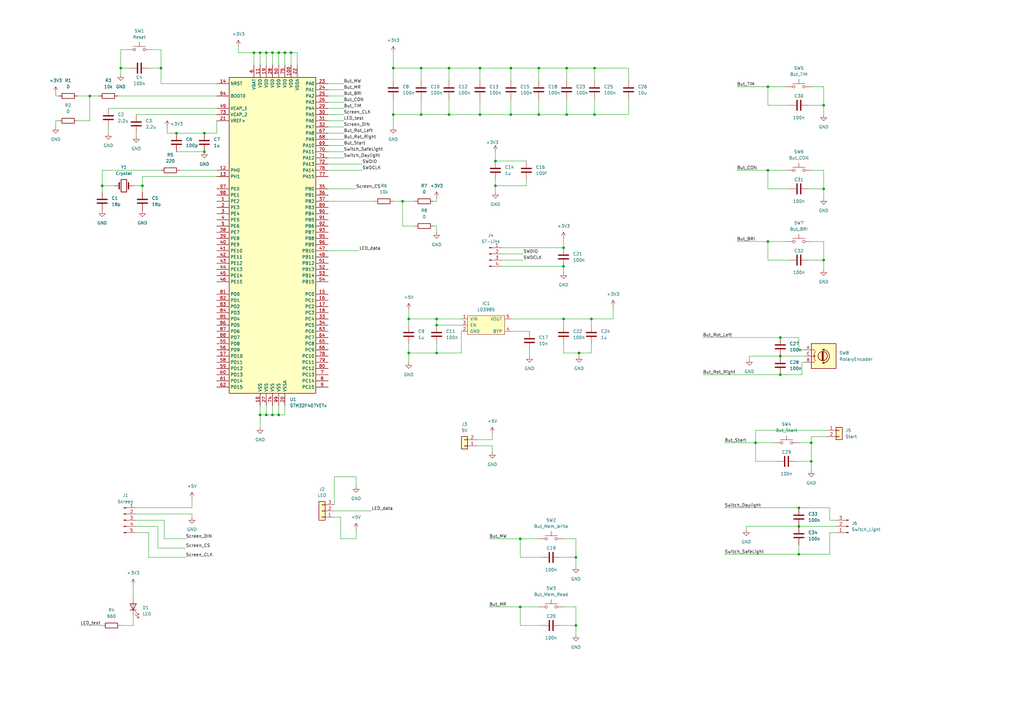
<source format=kicad_sch>
(kicad_sch (version 20211123) (generator eeschema)
  (paper "A3")
  (lib_symbols
    (symbol "Connector:Conn_01x03_Male" (pin_names (offset 1.016) hide)
      (property "Reference" "J" (at 0 5.08 0))
      (property "Value" "Conn_01x03_Male" (at 0 -5.08 0))
      (symbol "Conn_01x03_Male_1_1"
        (pin passive line (at 5.08 2.54 180) (length 3.81) (name "Pin_1") (number "1"))
        (pin passive line (at 5.08 0 180) (length 3.81) (name "Pin_2") (number "2"))
        (pin passive line (at 5.08 -2.54 180) (length 3.81) (name "Pin_3") (number "3"))
      )
    )
    (symbol "Connector:Conn_01x04_Male" (pin_names (offset 1.016) hide)
      (property "Reference" "J" (at 0 5.08 0))
      (property "Value" "Conn_01x04_Male" (at 0 -7.62 0))
      (symbol "Conn_01x04_Male_1_1"
        (pin passive line (at 5.08 2.54 180) (length 3.81) (name "Pin_1") (number "1"))
        (pin passive line (at 5.08 0 180) (length 3.81) (name "Pin_2") (number "2"))
        (pin passive line (at 5.08 -2.54 180) (length 3.81) (name "Pin_3") (number "3"))
        (pin passive line (at 5.08 -5.08 180) (length 3.81) (name "Pin_4") (number "4"))
      )
    )
    (symbol "Connector:Conn_01x05_Male" (pin_names (offset 1.016) hide)
      (property "Reference" "J" (at 0 7.62 0))
      (property "Value" "Conn_01x05_Male" (at 0 -7.62 0))
      (symbol "Conn_01x05_Male_1_1"
        (pin passive line (at 5.08 5.08 180) (length 3.81) (name "Pin_1") (number "1"))
        (pin passive line (at 5.08 2.54 180) (length 3.81) (name "Pin_2") (number "2"))
        (pin passive line (at 5.08 0 180) (length 3.81) (name "Pin_3") (number "3"))
        (pin passive line (at 5.08 -2.54 180) (length 3.81) (name "Pin_4") (number "4"))
        (pin passive line (at 5.08 -5.08 180) (length 3.81) (name "Pin_5") (number "5"))
      )
    )
    (symbol "Connector_Generic:Conn_01x02" (pin_names (offset 1.016) hide)
      (property "Reference" "J" (at 0 2.54 0))
      (property "Value" "Conn_01x02" (at 0 -5.08 0))
      (symbol "Conn_01x02_1_1"
        (pin passive line (at -5.08 0 0) (length 3.81) (name "Pin_1") (number "1"))
        (pin passive line (at -5.08 -2.54 0) (length 3.81) (name "Pin_2") (number "2"))
      )
    )
    (symbol "Connector_Generic:Conn_01x03" (pin_names (offset 1.016) hide)
      (property "Reference" "J" (at 0 5.08 0))
      (property "Value" "Conn_01x03" (at 0 -5.08 0))
      (symbol "Conn_01x03_1_1"
        (pin passive line (at -5.08 2.54 0) (length 3.81) (name "Pin_1") (number "1"))
        (pin passive line (at -5.08 0 0) (length 3.81) (name "Pin_2") (number "2"))
        (pin passive line (at -5.08 -2.54 0) (length 3.81) (name "Pin_3") (number "3"))
      )
    )
    (symbol "Device:C" (pin_numbers hide) (pin_names (offset 0.254))
      (property "Reference" "C" (at 0.635 2.54 0))
      (property "Value" "C" (at 0.635 -2.54 0))
      (symbol "C_1_1"
        (pin passive line (at 0 3.81 270) (length 2.794) (name "~") (number "1"))
        (pin passive line (at 0 -3.81 90) (length 2.794) (name "~") (number "2"))
      )
    )
    (symbol "Device:Crystal" (pin_numbers hide) (pin_names (offset 1.016) hide)
      (property "Reference" "Y" (at 0 3.81 0))
      (property "Value" "Crystal" (at 0 -3.81 0))
      (symbol "Crystal_1_1"
        (pin passive line (at -3.81 0 0) (length 1.27) (name "1") (number "1"))
        (pin passive line (at 3.81 0 180) (length 1.27) (name "2") (number "2"))
      )
    )
    (symbol "Device:LED" (pin_numbers hide) (pin_names (offset 1.016) hide)
      (property "Reference" "D" (at 0 2.54 0))
      (property "Value" "LED" (at 0 -2.54 0))
      (symbol "LED_1_1"
        (pin passive line (at -3.81 0 0) (length 2.54) (name "K") (number "1"))
        (pin passive line (at 3.81 0 180) (length 2.54) (name "A") (number "2"))
      )
    )
    (symbol "Device:R" (pin_numbers hide) (pin_names (offset 0))
      (property "Reference" "R" (at 2.032 0 90))
      (property "Value" "R" (at 0 0 90))
      (symbol "R_1_1"
        (pin passive line (at 0 3.81 270) (length 1.27) (name "~") (number "1"))
        (pin passive line (at 0 -3.81 90) (length 1.27) (name "~") (number "2"))
      )
    )
    (symbol "Device:RotaryEncoder" (pin_names (offset 0.254) hide)
      (property "Reference" "SW" (at 0 6.604 0))
      (property "Value" "RotaryEncoder" (at 0 -6.604 0))
      (symbol "RotaryEncoder_1_1"
        (pin passive line (at -7.62 2.54 0) (length 2.54) (name "A") (number "A"))
        (pin passive line (at -7.62 -2.54 0) (length 2.54) (name "B") (number "B"))
        (pin passive line (at -7.62 0 0) (length 2.54) (name "C") (number "C"))
      )
    )
    (symbol "MCU_ST_STM32F4:STM32F407VETx"
      (property "Reference" "U" (at -17.78 64.77 0))
      (property "Value" "STM32F407VETx" (at 12.7 64.77 0))
      (symbol "STM32F407VETx_1_1"
        (pin bidirectional line (at -22.86 12.7 0) (length 5.08) (name "PE2") (number "1"))
        (pin power_in line (at -5.08 -71.12 90) (length 5.08) (name "VSS") (number "10"))
        (pin power_in line (at 7.62 68.58 270) (length 5.08) (name "VDD") (number "100"))
        (pin power_in line (at -5.08 68.58 270) (length 5.08) (name "VDD") (number "11"))
        (pin input line (at -22.86 25.4 0) (length 5.08) (name "PH0") (number "12"))
        (pin input line (at -22.86 22.86 0) (length 5.08) (name "PH1") (number "13"))
        (pin input line (at -22.86 60.96 0) (length 5.08) (name "NRST") (number "14"))
        (pin bidirectional line (at 22.86 -25.4 180) (length 5.08) (name "PC0") (number "15"))
        (pin bidirectional line (at 22.86 -27.94 180) (length 5.08) (name "PC1") (number "16"))
        (pin bidirectional line (at 22.86 -30.48 180) (length 5.08) (name "PC2") (number "17"))
        (pin bidirectional line (at 22.86 -33.02 180) (length 5.08) (name "PC3") (number "18"))
        (pin power_in line (at -2.54 68.58 270) (length 5.08) (name "VDD") (number "19"))
        (pin bidirectional line (at -22.86 10.16 0) (length 5.08) (name "PE3") (number "2"))
        (pin power_in line (at 5.08 -71.12 90) (length 5.08) (name "VSSA") (number "20"))
        (pin power_in line (at -22.86 45.72 0) (length 5.08) (name "VREF+") (number "21"))
        (pin power_in line (at 10.16 68.58 270) (length 5.08) (name "VDDA") (number "22"))
        (pin bidirectional line (at 22.86 60.96 180) (length 5.08) (name "PA0") (number "23"))
        (pin bidirectional line (at 22.86 58.42 180) (length 5.08) (name "PA1") (number "24"))
        (pin bidirectional line (at 22.86 55.88 180) (length 5.08) (name "PA2") (number "25"))
        (pin bidirectional line (at 22.86 53.34 180) (length 5.08) (name "PA3") (number "26"))
        (pin power_in line (at -2.54 -71.12 90) (length 5.08) (name "VSS") (number "27"))
        (pin power_in line (at 0 68.58 270) (length 5.08) (name "VDD") (number "28"))
        (pin bidirectional line (at 22.86 50.8 180) (length 5.08) (name "PA4") (number "29"))
        (pin bidirectional line (at -22.86 7.62 0) (length 5.08) (name "PE4") (number "3"))
        (pin bidirectional line (at 22.86 48.26 180) (length 5.08) (name "PA5") (number "30"))
        (pin bidirectional line (at 22.86 45.72 180) (length 5.08) (name "PA6") (number "31"))
        (pin bidirectional line (at 22.86 43.18 180) (length 5.08) (name "PA7") (number "32"))
        (pin bidirectional line (at 22.86 -35.56 180) (length 5.08) (name "PC4") (number "33"))
        (pin bidirectional line (at 22.86 -38.1 180) (length 5.08) (name "PC5") (number "34"))
        (pin bidirectional line (at 22.86 17.78 180) (length 5.08) (name "PB0") (number "35"))
        (pin bidirectional line (at 22.86 15.24 180) (length 5.08) (name "PB1") (number "36"))
        (pin bidirectional line (at 22.86 12.7 180) (length 5.08) (name "PB2") (number "37"))
        (pin bidirectional line (at -22.86 0 0) (length 5.08) (name "PE7") (number "38"))
        (pin bidirectional line (at -22.86 -2.54 0) (length 5.08) (name "PE8") (number "39"))
        (pin bidirectional line (at -22.86 5.08 0) (length 5.08) (name "PE5") (number "4"))
        (pin bidirectional line (at -22.86 -5.08 0) (length 5.08) (name "PE9") (number "40"))
        (pin bidirectional line (at -22.86 -7.62 0) (length 5.08) (name "PE10") (number "41"))
        (pin bidirectional line (at -22.86 -10.16 0) (length 5.08) (name "PE11") (number "42"))
        (pin bidirectional line (at -22.86 -12.7 0) (length 5.08) (name "PE12") (number "43"))
        (pin bidirectional line (at -22.86 -15.24 0) (length 5.08) (name "PE13") (number "44"))
        (pin bidirectional line (at -22.86 -17.78 0) (length 5.08) (name "PE14") (number "45"))
        (pin bidirectional line (at -22.86 -20.32 0) (length 5.08) (name "PE15") (number "46"))
        (pin bidirectional line (at 22.86 -7.62 180) (length 5.08) (name "PB10") (number "47"))
        (pin bidirectional line (at 22.86 -10.16 180) (length 5.08) (name "PB11") (number "48"))
        (pin power_in line (at -22.86 50.8 0) (length 5.08) (name "VCAP_1") (number "49"))
        (pin bidirectional line (at -22.86 2.54 0) (length 5.08) (name "PE6") (number "5"))
        (pin power_in line (at 2.54 68.58 270) (length 5.08) (name "VDD") (number "50"))
        (pin bidirectional line (at 22.86 -12.7 180) (length 5.08) (name "PB12") (number "51"))
        (pin bidirectional line (at 22.86 -15.24 180) (length 5.08) (name "PB13") (number "52"))
        (pin bidirectional line (at 22.86 -17.78 180) (length 5.08) (name "PB14") (number "53"))
        (pin bidirectional line (at 22.86 -20.32 180) (length 5.08) (name "PB15") (number "54"))
        (pin bidirectional line (at -22.86 -45.72 0) (length 5.08) (name "PD8") (number "55"))
        (pin bidirectional line (at -22.86 -48.26 0) (length 5.08) (name "PD9") (number "56"))
        (pin bidirectional line (at -22.86 -50.8 0) (length 5.08) (name "PD10") (number "57"))
        (pin bidirectional line (at -22.86 -53.34 0) (length 5.08) (name "PD11") (number "58"))
        (pin bidirectional line (at -22.86 -55.88 0) (length 5.08) (name "PD12") (number "59"))
        (pin power_in line (at -7.62 68.58 270) (length 5.08) (name "VBAT") (number "6"))
        (pin bidirectional line (at -22.86 -58.42 0) (length 5.08) (name "PD13") (number "60"))
        (pin bidirectional line (at -22.86 -60.96 0) (length 5.08) (name "PD14") (number "61"))
        (pin bidirectional line (at -22.86 -63.5 0) (length 5.08) (name "PD15") (number "62"))
        (pin bidirectional line (at 22.86 -40.64 180) (length 5.08) (name "PC6") (number "63"))
        (pin bidirectional line (at 22.86 -43.18 180) (length 5.08) (name "PC7") (number "64"))
        (pin bidirectional line (at 22.86 -45.72 180) (length 5.08) (name "PC8") (number "65"))
        (pin bidirectional line (at 22.86 -48.26 180) (length 5.08) (name "PC9") (number "66"))
        (pin bidirectional line (at 22.86 40.64 180) (length 5.08) (name "PA8") (number "67"))
        (pin bidirectional line (at 22.86 38.1 180) (length 5.08) (name "PA9") (number "68"))
        (pin bidirectional line (at 22.86 35.56 180) (length 5.08) (name "PA10") (number "69"))
        (pin bidirectional line (at 22.86 -58.42 180) (length 5.08) (name "PC13") (number "7"))
        (pin bidirectional line (at 22.86 33.02 180) (length 5.08) (name "PA11") (number "70"))
        (pin bidirectional line (at 22.86 30.48 180) (length 5.08) (name "PA12") (number "71"))
        (pin bidirectional line (at 22.86 27.94 180) (length 5.08) (name "PA13") (number "72"))
        (pin power_in line (at -22.86 48.26 0) (length 5.08) (name "VCAP_2") (number "73"))
        (pin power_in line (at 0 -71.12 90) (length 5.08) (name "VSS") (number "74"))
        (pin power_in line (at 5.08 68.58 270) (length 5.08) (name "VDD") (number "75"))
        (pin bidirectional line (at 22.86 25.4 180) (length 5.08) (name "PA14") (number "76"))
        (pin bidirectional line (at 22.86 22.86 180) (length 5.08) (name "PA15") (number "77"))
        (pin bidirectional line (at 22.86 -50.8 180) (length 5.08) (name "PC10") (number "78"))
        (pin bidirectional line (at 22.86 -53.34 180) (length 5.08) (name "PC11") (number "79"))
        (pin bidirectional line (at 22.86 -60.96 180) (length 5.08) (name "PC14") (number "8"))
        (pin bidirectional line (at 22.86 -55.88 180) (length 5.08) (name "PC12") (number "80"))
        (pin bidirectional line (at -22.86 -25.4 0) (length 5.08) (name "PD0") (number "81"))
        (pin bidirectional line (at -22.86 -27.94 0) (length 5.08) (name "PD1") (number "82"))
        (pin bidirectional line (at -22.86 -30.48 0) (length 5.08) (name "PD2") (number "83"))
        (pin bidirectional line (at -22.86 -33.02 0) (length 5.08) (name "PD3") (number "84"))
        (pin bidirectional line (at -22.86 -35.56 0) (length 5.08) (name "PD4") (number "85"))
        (pin bidirectional line (at -22.86 -38.1 0) (length 5.08) (name "PD5") (number "86"))
        (pin bidirectional line (at -22.86 -40.64 0) (length 5.08) (name "PD6") (number "87"))
        (pin bidirectional line (at -22.86 -43.18 0) (length 5.08) (name "PD7") (number "88"))
        (pin bidirectional line (at 22.86 10.16 180) (length 5.08) (name "PB3") (number "89"))
        (pin bidirectional line (at 22.86 -63.5 180) (length 5.08) (name "PC15") (number "9"))
        (pin bidirectional line (at 22.86 7.62 180) (length 5.08) (name "PB4") (number "90"))
        (pin bidirectional line (at 22.86 5.08 180) (length 5.08) (name "PB5") (number "91"))
        (pin bidirectional line (at 22.86 2.54 180) (length 5.08) (name "PB6") (number "92"))
        (pin bidirectional line (at 22.86 0 180) (length 5.08) (name "PB7") (number "93"))
        (pin input line (at -22.86 55.88 0) (length 5.08) (name "BOOT0") (number "94"))
        (pin bidirectional line (at 22.86 -2.54 180) (length 5.08) (name "PB8") (number "95"))
        (pin bidirectional line (at 22.86 -5.08 180) (length 5.08) (name "PB9") (number "96"))
        (pin bidirectional line (at -22.86 17.78 0) (length 5.08) (name "PE0") (number "97"))
        (pin bidirectional line (at -22.86 15.24 0) (length 5.08) (name "PE1") (number "98"))
        (pin power_in line (at 2.54 -71.12 90) (length 5.08) (name "VSS") (number "99"))
      )
    )
    (symbol "Switch:SW_Push" (pin_numbers hide) (pin_names (offset 1.016) hide)
      (property "Reference" "SW" (at 1.27 2.54 0))
      (property "Value" "SW_Push" (at 0 -1.524 0))
      (symbol "SW_Push_0_1"
        (pin passive line (at -5.08 0 0) (length 2.54) (name "1") (number "1"))
        (pin passive line (at 5.08 0 180) (length 2.54) (name "2") (number "2"))
      )
    )
    (symbol "ld3985:LD3985" (pin_names (offset 1.016))
      (property "Reference" "IC" (at -7.62 5.08 0))
      (property "Value" "LD3985" (at -7.62 -5.08 0))
      (symbol "LD3985_0_0"
        (pin power_in line (at -10.16 2.54 0) (length 2.54) (name "VIN") (number "1"))
        (pin power_in line (at -10.16 -2.54 0) (length 2.54) (name "GND") (number "2"))
        (pin input line (at -10.16 0 0) (length 2.54) (name "EN") (number "3"))
        (pin passive line (at 10.16 -2.54 180) (length 2.54) (name "BYP") (number "4"))
        (pin power_out line (at 10.16 2.54 180) (length 2.54) (name "VOUT") (number "5"))
      )
    )
    (symbol "power:+3V3" (power) (pin_names (offset 0))
      (property "Value" "+3V3" (at 0 3.556 0))
      (symbol "+3V3_1_1"
        (pin power_in line (at 0 0 90) (length 0) hide (name "+3V3") (number "1"))
      )
    )
    (symbol "power:+5V" (power) (pin_names (offset 0))
      (property "Value" "+5V" (at 0 3.556 0))
      (symbol "+5V_1_1"
        (pin power_in line (at 0 0 90) (length 0) hide (name "+5V") (number "1"))
      )
    )
    (symbol "power:GND" (power) (pin_names (offset 0))
      (property "Value" "GND" (at 0 -3.81 0))
      (symbol "GND_1_1"
        (pin power_in line (at 0 0 270) (length 0) hide (name "GND") (number "1"))
      )
    )
  )
  (junction (at 231.14 130.81))
  (junction (at 242.57 130.81))
  (junction (at 41.91 76.2))
  (junction (at 314.96 99.06))
  (junction (at 213.36 220.98))
  (junction (at 203.2 76.2))
  (junction (at 314.96 35.56))
  (junction (at 236.22 256.54))
  (junction (at 320.04 153.67))
  (junction (at 83.82 62.23))
  (junction (at 109.22 21.59))
  (junction (at 232.41 27.94))
  (junction (at 49.53 27.94))
  (junction (at 220.98 46.99))
  (junction (at 179.07 133.35))
  (junction (at 209.55 27.94))
  (junction (at 332.74 181.61))
  (junction (at 337.82 77.47))
  (junction (at 179.07 130.81))
  (junction (at 337.82 106.68))
  (junction (at 232.41 46.99))
  (junction (at 237.49 144.78))
  (junction (at 209.55 46.99))
  (junction (at 172.72 27.94))
  (junction (at 243.84 46.99))
  (junction (at 111.76 21.59))
  (junction (at 106.68 21.59))
  (junction (at 327.66 215.9))
  (junction (at 320.04 146.05))
  (junction (at 196.85 27.94))
  (junction (at 116.84 21.59))
  (junction (at 36.83 39.37))
  (junction (at 167.64 130.81))
  (junction (at 196.85 46.99))
  (junction (at 104.14 21.59))
  (junction (at 314.96 69.85))
  (junction (at 231.14 101.6))
  (junction (at 213.36 248.92))
  (junction (at 106.68 170.18))
  (junction (at 72.39 54.61))
  (junction (at 184.15 46.99))
  (junction (at 111.76 170.18))
  (junction (at 109.22 170.18))
  (junction (at 66.04 27.94))
  (junction (at 114.3 21.59))
  (junction (at 179.07 144.78))
  (junction (at 58.42 76.2))
  (junction (at 172.72 46.99))
  (junction (at 320.04 138.43))
  (junction (at 337.82 43.18))
  (junction (at 161.29 46.99))
  (junction (at 243.84 27.94))
  (junction (at 231.14 109.22))
  (junction (at 184.15 27.94))
  (junction (at 203.2 66.04))
  (junction (at 327.66 227.33))
  (junction (at 119.38 21.59))
  (junction (at 167.64 144.78))
  (junction (at 114.3 170.18))
  (junction (at 220.98 27.94))
  (junction (at 161.29 27.94))
  (junction (at 83.82 54.61))
  (junction (at 332.74 189.23))
  (junction (at 309.88 181.61))
  (junction (at 327.66 208.28))
  (junction (at 236.22 228.6))
  (junction (at 165.1 82.55))
  (wire (pts (xy 332.74 69.85) (xy 337.82 69.85)))
  (wire (pts (xy 184.15 46.99) (xy 196.85 46.99)))
  (wire (pts (xy 236.22 220.98) (xy 236.22 228.6)))
  (wire (pts (xy 114.3 166.37) (xy 114.3 170.18)))
  (wire (pts (xy 22.86 39.37) (xy 24.13 39.37)))
  (wire (pts (xy 134.62 69.85) (xy 148.59 69.85)))
  (wire (pts (xy 231.14 133.35) (xy 231.14 130.81)))
  (wire (pts (xy 189.23 144.78) (xy 189.23 135.89)))
  (wire (pts (xy 196.85 27.94) (xy 209.55 27.94)))
  (wire (pts (xy 97.79 19.05) (xy 97.79 21.59)))
  (wire (pts (xy 55.88 208.28) (xy 78.74 208.28)))
  (wire (pts (xy 337.82 69.85) (xy 337.82 77.47)))
  (wire (pts (xy 231.14 130.81) (xy 242.57 130.81)))
  (wire (pts (xy 114.3 21.59) (xy 111.76 21.59)))
  (wire (pts (xy 116.84 21.59) (xy 114.3 21.59)))
  (wire (pts (xy 134.62 102.87) (xy 147.32 102.87)))
  (wire (pts (xy 232.41 27.94) (xy 232.41 33.02)))
  (wire (pts (xy 55.88 218.44) (xy 60.96 218.44)))
  (wire (pts (xy 331.47 43.18) (xy 337.82 43.18)))
  (wire (pts (xy 200.66 248.92) (xy 213.36 248.92)))
  (wire (pts (xy 97.79 21.59) (xy 104.14 21.59)))
  (wire (pts (xy 213.36 256.54) (xy 213.36 248.92)))
  (wire (pts (xy 342.9 218.44) (xy 340.36 218.44)))
  (wire (pts (xy 66.04 69.85) (xy 41.91 69.85)))
  (wire (pts (xy 134.62 82.55) (xy 153.67 82.55)))
  (wire (pts (xy 332.74 179.07) (xy 332.74 181.61)))
  (wire (pts (xy 231.14 248.92) (xy 236.22 248.92)))
  (wire (pts (xy 328.93 153.67) (xy 320.04 153.67)))
  (wire (pts (xy 179.07 140.97) (xy 179.07 144.78)))
  (wire (pts (xy 41.91 76.2) (xy 46.99 76.2)))
  (wire (pts (xy 201.93 182.88) (xy 201.93 185.42)))
  (wire (pts (xy 146.05 220.98) (xy 146.05 217.17)))
  (wire (pts (xy 161.29 33.02) (xy 161.29 27.94)))
  (wire (pts (xy 330.2 143.51) (xy 327.66 143.51)))
  (wire (pts (xy 54.61 256.54) (xy 49.53 256.54)))
  (wire (pts (xy 337.82 77.47) (xy 337.82 81.28)))
  (wire (pts (xy 203.2 62.23) (xy 203.2 66.04)))
  (wire (pts (xy 209.55 46.99) (xy 220.98 46.99)))
  (wire (pts (xy 196.85 46.99) (xy 209.55 46.99)))
  (wire (pts (xy 22.86 38.1) (xy 22.86 39.37)))
  (wire (pts (xy 196.85 27.94) (xy 196.85 33.02)))
  (wire (pts (xy 167.64 144.78) (xy 179.07 144.78)))
  (wire (pts (xy 104.14 21.59) (xy 104.14 26.67)))
  (wire (pts (xy 134.62 44.45) (xy 140.97 44.45)))
  (wire (pts (xy 232.41 40.64) (xy 232.41 46.99)))
  (wire (pts (xy 184.15 27.94) (xy 196.85 27.94)))
  (wire (pts (xy 232.41 46.99) (xy 243.84 46.99)))
  (wire (pts (xy 116.84 170.18) (xy 114.3 170.18)))
  (wire (pts (xy 251.46 130.81) (xy 251.46 125.73)))
  (wire (pts (xy 231.14 144.78) (xy 237.49 144.78)))
  (wire (pts (xy 55.88 46.99) (xy 88.9 46.99)))
  (wire (pts (xy 134.62 49.53) (xy 140.97 49.53)))
  (wire (pts (xy 201.93 180.34) (xy 201.93 177.8)))
  (wire (pts (xy 179.07 95.25) (xy 179.07 92.71)))
  (wire (pts (xy 231.14 220.98) (xy 236.22 220.98)))
  (wire (pts (xy 237.49 144.78) (xy 242.57 144.78)))
  (wire (pts (xy 60.96 228.6) (xy 76.2 228.6)))
  (wire (pts (xy 109.22 170.18) (xy 106.68 170.18)))
  (wire (pts (xy 116.84 26.67) (xy 116.84 21.59)))
  (wire (pts (xy 67.31 213.36) (xy 67.31 220.98)))
  (wire (pts (xy 134.62 77.47) (xy 146.05 77.47)))
  (wire (pts (xy 172.72 27.94) (xy 172.72 33.02)))
  (wire (pts (xy 236.22 228.6) (xy 236.22 232.41)))
  (wire (pts (xy 205.74 106.68) (xy 214.63 106.68)))
  (wire (pts (xy 297.18 181.61) (xy 309.88 181.61)))
  (wire (pts (xy 111.76 26.67) (xy 111.76 21.59)))
  (wire (pts (xy 41.91 69.85) (xy 41.91 76.2)))
  (wire (pts (xy 307.34 146.05) (xy 320.04 146.05)))
  (wire (pts (xy 309.88 176.53) (xy 309.88 181.61)))
  (wire (pts (xy 179.07 133.35) (xy 189.23 133.35)))
  (wire (pts (xy 60.96 218.44) (xy 60.96 228.6)))
  (wire (pts (xy 179.07 82.55) (xy 177.8 82.55)))
  (wire (pts (xy 134.62 67.31) (xy 148.59 67.31)))
  (wire (pts (xy 139.7 212.09) (xy 139.7 220.98)))
  (wire (pts (xy 161.29 46.99) (xy 172.72 46.99)))
  (wire (pts (xy 327.66 227.33) (xy 327.66 223.52)))
  (wire (pts (xy 66.04 27.94) (xy 66.04 34.29)))
  (wire (pts (xy 288.29 153.67) (xy 320.04 153.67)))
  (wire (pts (xy 257.81 27.94) (xy 257.81 33.02)))
  (wire (pts (xy 332.74 99.06) (xy 337.82 99.06)))
  (wire (pts (xy 209.55 27.94) (xy 209.55 33.02)))
  (wire (pts (xy 170.18 82.55) (xy 165.1 82.55)))
  (wire (pts (xy 161.29 40.64) (xy 161.29 46.99)))
  (wire (pts (xy 205.74 104.14) (xy 214.63 104.14)))
  (wire (pts (xy 167.64 127) (xy 167.64 130.81)))
  (wire (pts (xy 215.9 66.04) (xy 203.2 66.04)))
  (wire (pts (xy 161.29 46.99) (xy 161.29 52.07)))
  (wire (pts (xy 213.36 248.92) (xy 220.98 248.92)))
  (wire (pts (xy 106.68 26.67) (xy 106.68 21.59)))
  (wire (pts (xy 167.64 130.81) (xy 179.07 130.81)))
  (wire (pts (xy 327.66 181.61) (xy 332.74 181.61)))
  (wire (pts (xy 326.39 189.23) (xy 332.74 189.23)))
  (wire (pts (xy 73.66 69.85) (xy 88.9 69.85)))
  (wire (pts (xy 314.96 69.85) (xy 322.58 69.85)))
  (wire (pts (xy 48.26 39.37) (xy 88.9 39.37)))
  (wire (pts (xy 114.3 170.18) (xy 111.76 170.18)))
  (wire (pts (xy 257.81 46.99) (xy 257.81 40.64)))
  (wire (pts (xy 134.62 52.07) (xy 140.97 52.07)))
  (wire (pts (xy 31.75 39.37) (xy 36.83 39.37)))
  (wire (pts (xy 297.18 227.33) (xy 327.66 227.33)))
  (wire (pts (xy 314.96 99.06) (xy 322.58 99.06)))
  (wire (pts (xy 109.22 21.59) (xy 106.68 21.59)))
  (wire (pts (xy 134.62 64.77) (xy 140.97 64.77)))
  (wire (pts (xy 111.76 170.18) (xy 109.22 170.18)))
  (wire (pts (xy 55.88 210.82) (xy 78.74 210.82)))
  (wire (pts (xy 231.14 97.79) (xy 231.14 101.6)))
  (wire (pts (xy 170.18 92.71) (xy 165.1 92.71)))
  (wire (pts (xy 49.53 27.94) (xy 53.34 27.94)))
  (wire (pts (xy 119.38 26.67) (xy 119.38 21.59)))
  (wire (pts (xy 243.84 27.94) (xy 243.84 33.02)))
  (wire (pts (xy 302.26 35.56) (xy 314.96 35.56)))
  (wire (pts (xy 134.62 46.99) (xy 140.97 46.99)))
  (wire (pts (xy 139.7 220.98) (xy 146.05 220.98)))
  (wire (pts (xy 137.16 209.55) (xy 152.4 209.55)))
  (wire (pts (xy 231.14 140.97) (xy 231.14 144.78)))
  (wire (pts (xy 88.9 72.39) (xy 58.42 72.39)))
  (wire (pts (xy 331.47 106.68) (xy 337.82 106.68)))
  (wire (pts (xy 167.64 144.78) (xy 167.64 148.59)))
  (wire (pts (xy 323.85 43.18) (xy 314.96 43.18)))
  (wire (pts (xy 205.74 101.6) (xy 231.14 101.6)))
  (wire (pts (xy 109.22 26.67) (xy 109.22 21.59)))
  (wire (pts (xy 55.88 213.36) (xy 67.31 213.36)))
  (wire (pts (xy 64.77 224.79) (xy 76.2 224.79)))
  (wire (pts (xy 44.45 52.07) (xy 44.45 54.61)))
  (wire (pts (xy 49.53 30.48) (xy 49.53 27.94)))
  (wire (pts (xy 184.15 40.64) (xy 184.15 46.99)))
  (wire (pts (xy 209.55 40.64) (xy 209.55 46.99)))
  (wire (pts (xy 327.66 143.51) (xy 327.66 138.43)))
  (wire (pts (xy 213.36 220.98) (xy 220.98 220.98)))
  (wire (pts (xy 172.72 46.99) (xy 184.15 46.99)))
  (wire (pts (xy 67.31 220.98) (xy 76.2 220.98)))
  (wire (pts (xy 134.62 36.83) (xy 140.97 36.83)))
  (wire (pts (xy 134.62 41.91) (xy 140.97 41.91)))
  (wire (pts (xy 36.83 39.37) (xy 40.64 39.37)))
  (wire (pts (xy 332.74 189.23) (xy 332.74 193.04)))
  (wire (pts (xy 68.58 54.61) (xy 72.39 54.61)))
  (wire (pts (xy 243.84 40.64) (xy 243.84 46.99)))
  (wire (pts (xy 78.74 208.28) (xy 78.74 204.47)))
  (wire (pts (xy 340.36 208.28) (xy 327.66 208.28)))
  (wire (pts (xy 337.82 35.56) (xy 337.82 43.18)))
  (wire (pts (xy 330.2 148.59) (xy 328.93 148.59)))
  (wire (pts (xy 209.55 27.94) (xy 220.98 27.94)))
  (wire (pts (xy 121.92 26.67) (xy 121.92 21.59)))
  (wire (pts (xy 318.77 189.23) (xy 309.88 189.23)))
  (wire (pts (xy 327.66 227.33) (xy 340.36 227.33)))
  (wire (pts (xy 302.26 69.85) (xy 314.96 69.85)))
  (wire (pts (xy 116.84 166.37) (xy 116.84 170.18)))
  (wire (pts (xy 121.92 21.59) (xy 119.38 21.59)))
  (wire (pts (xy 64.77 215.9) (xy 64.77 224.79)))
  (wire (pts (xy 66.04 34.29) (xy 88.9 34.29)))
  (wire (pts (xy 320.04 146.05) (xy 330.2 146.05)))
  (wire (pts (xy 134.62 62.23) (xy 140.97 62.23)))
  (wire (pts (xy 60.96 27.94) (xy 66.04 27.94)))
  (wire (pts (xy 307.34 147.32) (xy 307.34 146.05)))
  (wire (pts (xy 172.72 40.64) (xy 172.72 46.99)))
  (wire (pts (xy 31.75 49.53) (xy 36.83 49.53)))
  (wire (pts (xy 237.49 144.78) (xy 237.49 146.05)))
  (wire (pts (xy 195.58 182.88) (xy 201.93 182.88)))
  (wire (pts (xy 72.39 54.61) (xy 83.82 54.61)))
  (wire (pts (xy 220.98 27.94) (xy 232.41 27.94)))
  (wire (pts (xy 179.07 144.78) (xy 189.23 144.78)))
  (wire (pts (xy 196.85 40.64) (xy 196.85 46.99)))
  (wire (pts (xy 332.74 181.61) (xy 332.74 189.23)))
  (wire (pts (xy 302.26 99.06) (xy 314.96 99.06)))
  (wire (pts (xy 161.29 27.94) (xy 172.72 27.94)))
  (wire (pts (xy 184.15 27.94) (xy 184.15 33.02)))
  (wire (pts (xy 119.38 21.59) (xy 116.84 21.59)))
  (wire (pts (xy 215.9 73.66) (xy 215.9 76.2)))
  (wire (pts (xy 306.07 215.9) (xy 306.07 217.17)))
  (wire (pts (xy 41.91 78.74) (xy 41.91 76.2)))
  (wire (pts (xy 167.64 130.81) (xy 167.64 133.35)))
  (wire (pts (xy 323.85 77.47) (xy 314.96 77.47)))
  (wire (pts (xy 137.16 207.01) (xy 137.16 195.58)))
  (wire (pts (xy 314.96 43.18) (xy 314.96 35.56)))
  (wire (pts (xy 78.74 210.82) (xy 78.74 212.09)))
  (wire (pts (xy 323.85 106.68) (xy 314.96 106.68)))
  (wire (pts (xy 195.58 180.34) (xy 201.93 180.34)))
  (wire (pts (xy 337.82 106.68) (xy 337.82 110.49)))
  (wire (pts (xy 328.93 148.59) (xy 328.93 153.67)))
  (wire (pts (xy 54.61 252.73) (xy 54.61 256.54)))
  (wire (pts (xy 109.22 166.37) (xy 109.22 170.18)))
  (wire (pts (xy 213.36 228.6) (xy 213.36 220.98)))
  (wire (pts (xy 243.84 46.99) (xy 257.81 46.99)))
  (wire (pts (xy 33.02 256.54) (xy 41.91 256.54)))
  (wire (pts (xy 36.83 39.37) (xy 36.83 49.53)))
  (wire (pts (xy 106.68 170.18) (xy 106.68 175.26)))
  (wire (pts (xy 54.61 76.2) (xy 58.42 76.2)))
  (wire (pts (xy 242.57 144.78) (xy 242.57 140.97)))
  (wire (pts (xy 88.9 54.61) (xy 88.9 49.53)))
  (wire (pts (xy 327.66 138.43) (xy 320.04 138.43)))
  (wire (pts (xy 22.86 52.07) (xy 22.86 49.53)))
  (wire (pts (xy 209.55 130.81) (xy 231.14 130.81)))
  (wire (pts (xy 337.82 43.18) (xy 337.82 46.99)))
  (wire (pts (xy 203.2 73.66) (xy 203.2 76.2)))
  (wire (pts (xy 215.9 76.2) (xy 203.2 76.2)))
  (wire (pts (xy 309.88 189.23) (xy 309.88 181.61)))
  (wire (pts (xy 179.07 130.81) (xy 189.23 130.81)))
  (wire (pts (xy 68.58 52.07) (xy 68.58 54.61)))
  (wire (pts (xy 172.72 27.94) (xy 184.15 27.94)))
  (wire (pts (xy 332.74 179.07) (xy 339.09 179.07)))
  (wire (pts (xy 137.16 212.09) (xy 139.7 212.09)))
  (wire (pts (xy 111.76 166.37) (xy 111.76 170.18)))
  (wire (pts (xy 55.88 54.61) (xy 55.88 55.88)))
  (wire (pts (xy 49.53 20.32) (xy 52.07 20.32)))
  (wire (pts (xy 222.25 256.54) (xy 213.36 256.54)))
  (wire (pts (xy 306.07 215.9) (xy 327.66 215.9)))
  (wire (pts (xy 106.68 166.37) (xy 106.68 170.18)))
  (wire (pts (xy 332.74 35.56) (xy 337.82 35.56)))
  (wire (pts (xy 229.87 228.6) (xy 236.22 228.6)))
  (wire (pts (xy 232.41 27.94) (xy 243.84 27.94)))
  (wire (pts (xy 167.64 140.97) (xy 167.64 144.78)))
  (wire (pts (xy 146.05 195.58) (xy 146.05 199.39)))
  (wire (pts (xy 83.82 54.61) (xy 88.9 54.61)))
  (wire (pts (xy 161.29 21.59) (xy 161.29 27.94)))
  (wire (pts (xy 44.45 44.45) (xy 88.9 44.45)))
  (wire (pts (xy 165.1 82.55) (xy 165.1 92.71)))
  (wire (pts (xy 220.98 40.64) (xy 220.98 46.99)))
  (wire (pts (xy 106.68 21.59) (xy 104.14 21.59)))
  (wire (pts (xy 222.25 228.6) (xy 213.36 228.6)))
  (wire (pts (xy 205.74 109.22) (xy 231.14 109.22)))
  (wire (pts (xy 203.2 76.2) (xy 203.2 78.74)))
  (wire (pts (xy 62.23 20.32) (xy 66.04 20.32)))
  (wire (pts (xy 243.84 27.94) (xy 257.81 27.94)))
  (wire (pts (xy 288.29 138.43) (xy 320.04 138.43)))
  (wire (pts (xy 309.88 176.53) (xy 339.09 176.53)))
  (wire (pts (xy 231.14 109.22) (xy 231.14 111.76)))
  (wire (pts (xy 134.62 34.29) (xy 140.97 34.29)))
  (wire (pts (xy 342.9 213.36) (xy 340.36 213.36)))
  (wire (pts (xy 242.57 130.81) (xy 251.46 130.81)))
  (wire (pts (xy 54.61 240.03) (xy 54.61 245.11)))
  (wire (pts (xy 217.17 143.51) (xy 217.17 146.05)))
  (wire (pts (xy 111.76 21.59) (xy 109.22 21.59)))
  (wire (pts (xy 314.96 35.56) (xy 322.58 35.56)))
  (wire (pts (xy 229.87 256.54) (xy 236.22 256.54)))
  (wire (pts (xy 220.98 27.94) (xy 220.98 33.02)))
  (wire (pts (xy 236.22 248.92) (xy 236.22 256.54)))
  (wire (pts (xy 309.88 181.61) (xy 317.5 181.61)))
  (wire (pts (xy 22.86 49.53) (xy 24.13 49.53)))
  (wire (pts (xy 327.66 215.9) (xy 342.9 215.9)))
  (wire (pts (xy 134.62 39.37) (xy 140.97 39.37)))
  (wire (pts (xy 340.36 218.44) (xy 340.36 227.33)))
  (wire (pts (xy 49.53 27.94) (xy 49.53 20.32)))
  (wire (pts (xy 179.07 92.71) (xy 177.8 92.71)))
  (wire (pts (xy 55.88 215.9) (xy 64.77 215.9)))
  (wire (pts (xy 236.22 256.54) (xy 236.22 260.35)))
  (wire (pts (xy 114.3 26.67) (xy 114.3 21.59)))
  (wire (pts (xy 209.55 135.89) (xy 217.17 135.89)))
  (wire (pts (xy 179.07 81.28) (xy 179.07 82.55)))
  (wire (pts (xy 220.98 46.99) (xy 232.41 46.99)))
  (wire (pts (xy 331.47 77.47) (xy 337.82 77.47)))
  (wire (pts (xy 314.96 77.47) (xy 314.96 69.85)))
  (wire (pts (xy 134.62 54.61) (xy 140.97 54.61)))
  (wire (pts (xy 200.66 220.98) (xy 213.36 220.98)))
  (wire (pts (xy 137.16 195.58) (xy 146.05 195.58)))
  (wire (pts (xy 58.42 76.2) (xy 58.42 78.74)))
  (wire (pts (xy 340.36 213.36) (xy 340.36 208.28)))
  (wire (pts (xy 314.96 106.68) (xy 314.96 99.06)))
  (wire (pts (xy 242.57 133.35) (xy 242.57 130.81)))
  (wire (pts (xy 337.82 99.06) (xy 337.82 106.68)))
  (wire (pts (xy 66.04 20.32) (xy 66.04 27.94)))
  (wire (pts (xy 72.39 62.23) (xy 83.82 62.23)))
  (wire (pts (xy 179.07 130.81) (xy 179.07 133.35)))
  (wire (pts (xy 165.1 82.55) (xy 161.29 82.55)))
  (wire (pts (xy 134.62 59.69) (xy 140.97 59.69)))
  (wire (pts (xy 134.62 57.15) (xy 140.97 57.15)))
  (wire (pts (xy 58.42 72.39) (xy 58.42 76.2)))
  (wire (pts (xy 297.18 208.28) (xy 327.66 208.28)))
  (label "Screen_CS" (at 76.2 224.79 0))
  (label "But_Rot_Right" (at 288.29 153.67 0))
  (label "Switch_Daylight" (at 297.18 208.28 0))
  (label "LED_data" (at 147.32 102.87 0))
  (label "LED_test" (at 33.02 256.54 0))
  (label "Switch_SafeLight" (at 297.18 227.33 0))
  (label "But_MW" (at 200.66 220.98 0))
  (label "But_BRI" (at 140.97 39.37 0))
  (label "Screen_CS" (at 146.05 77.47 0))
  (label "But_CON" (at 302.26 69.85 0))
  (label "Screen_CLK" (at 76.2 228.6 0))
  (label "Switch_Daylight" (at 140.97 64.77 0))
  (label "Switch_SafeLight" (at 140.97 62.23 0))
  (label "But_Rot_Left" (at 288.29 138.43 0))
  (label "SWDCLK" (at 214.63 106.68 0))
  (label "SWDCLK" (at 148.59 69.85 0))
  (label "Screen_DIN" (at 76.2 220.98 0))
  (label "SWDIO" (at 214.63 104.14 0))
  (label "SWDIO" (at 148.59 67.31 0))
  (label "Screen_CLK" (at 140.97 46.99 0))
  (label "But_Start" (at 140.97 59.69 0))
  (label "But_MR" (at 200.66 248.92 0))
  (label "LED_test" (at 140.97 49.53 0))
  (label "But_MW" (at 140.97 34.29 0))
  (label "But_Start" (at 297.18 181.61 0))
  (label "But_Rot_Right" (at 140.97 57.15 0))
  (label "But_TIM" (at 302.26 35.56 0))
  (label "But_TIM" (at 140.97 44.45 0))
  (label "But_MR" (at 140.97 36.83 0))
  (label "LED_data" (at 152.4 209.55 0))
  (label "But_BRI" (at 302.26 99.06 0))
  (label "But_Rot_Left" (at 140.97 54.61 0))
  (label "Screen_DIN" (at 140.97 52.07 0))
  (label "But_CON" (at 140.97 41.91 0))
  (symbol (lib_id "power:GND") (at 337.82 46.99 0) (unit 1)
    (property "Reference" "#PWR037" (effects hide))
    (property "Value" "GND" (at 337.82 52.07 0))
  )
  (symbol (lib_id "Device:C") (at 226.06 228.6 90) (unit 1)
    (property "Reference" "C19" (at 226.06 224.79 90))
    (property "Value" "100n" (at 226.06 233.68 90))
    (property "Footprint" "Capacitor_SMD:C_0805_2012Metric" (effects hide))
  )
  (symbol (lib_id "Switch:SW_Push") (at 322.58 181.61 0) (unit 1)
    (property "Reference" "SW4" (at 322.58 173.99 0))
    (property "Value" "But_Start" (at 322.58 176.53 0))
    (property "Footprint" "Button_Switch_SMD:SW_Push_1P1T_NO_6x6mm_H9.5mm" (effects hide))
  )
  (symbol (lib_id "power:GND") (at 203.2 78.74 0) (unit 1)
    (property "Reference" "#PWR026" (effects hide))
    (property "Value" "GND" (at 203.2 83.82 0))
  )
  (symbol (lib_id "Device:R") (at 44.45 39.37 270) (unit 1)
    (property "Reference" "R3" (at 44.45 33.02 90))
    (property "Value" "10k" (at 44.45 35.56 90))
    (property "Footprint" "Resistor_SMD:R_0805_2012Metric" (effects hide))
  )
  (symbol (lib_id "power:+3V3") (at 54.61 240.03 0) (unit 1)
    (property "Reference" "#PWR06" (effects hide))
    (property "Value" "+3V3" (at 54.61 234.95 0))
  )
  (symbol (lib_id "power:GND") (at 22.86 52.07 0) (unit 1)
    (property "Reference" "#PWR02" (effects hide))
    (property "Value" "GND" (at 22.86 57.15 0))
  )
  (symbol (lib_id "power:+3V3") (at 22.86 38.1 0) (unit 1)
    (property "Reference" "#PWR01" (effects hide))
    (property "Value" "+3V3" (at 22.86 33.02 0))
  )
  (symbol (lib_id "Device:C") (at 41.91 82.55 0) (unit 1)
    (property "Reference" "C1" (at 45.72 81.2799 0) (effects (justify left)))
    (property "Value" "18p" (at 45.72 83.8199 0) (effects (justify left)))
    (property "Footprint" "Capacitor_SMD:C_0805_2012Metric" (effects hide))
  )
  (symbol (lib_id "Device:C") (at 44.45 48.26 0) (unit 1)
    (property "Reference" "C2" (at 48.26 46.9899 0) (effects (justify left)))
    (property "Value" "2.2u" (at 48.26 49.5299 0) (effects (justify left)))
    (property "Footprint" "Capacitor_SMD:C_0805_2012Metric" (effects hide))
  )
  (symbol (lib_id "Device:R") (at 69.85 69.85 270) (unit 1)
    (property "Reference" "R5" (at 69.85 63.5 90))
    (property "Value" "220" (at 69.85 66.04 90))
    (property "Footprint" "Resistor_SMD:R_0805_2012Metric" (effects hide))
  )
  (symbol (lib_id "Device:C") (at 327.66 212.09 0) (unit 1)
    (property "Reference" "C33" (at 331.47 210.8199 0) (effects (justify left)))
    (property "Value" "100n" (at 331.47 213.3599 0) (effects (justify left)))
    (property "Footprint" "Capacitor_SMD:C_0805_2012Metric" (effects hide))
  )
  (symbol (lib_id "power:+3V3") (at 97.79 19.05 0) (unit 1)
    (property "Reference" "#PWR013" (effects hide))
    (property "Value" "+3V3" (at 97.79 13.97 0))
  )
  (symbol (lib_id "Device:C") (at 161.29 36.83 0) (unit 1)
    (property "Reference" "C8" (at 165.1 35.5599 0) (effects (justify left)))
    (property "Value" "100n" (at 165.1 38.0999 0) (effects (justify left)))
    (property "Footprint" "Capacitor_SMD:C_0805_2012Metric" (effects hide))
  )
  (symbol (lib_id "Switch:SW_Push") (at 327.66 69.85 0) (unit 1)
    (property "Reference" "SW6" (at 327.66 62.23 0))
    (property "Value" "But_CON" (at 327.66 64.77 0))
    (property "Footprint" "Button_Switch_SMD:SW_Push_1P1T_NO_6x6mm_H9.5mm" (effects hide))
  )
  (symbol (lib_id "Device:C") (at 58.42 82.55 0) (unit 1)
    (property "Reference" "C5" (at 62.23 81.2799 0) (effects (justify left)))
    (property "Value" "18p" (at 62.23 83.8199 0) (effects (justify left)))
    (property "Footprint" "Capacitor_SMD:C_0805_2012Metric" (effects hide))
  )
  (symbol (lib_id "power:GND") (at 49.53 30.48 0) (unit 1)
    (property "Reference" "#PWR05" (effects hide))
    (property "Value" "GND" (at 49.53 35.56 0))
  )
  (symbol (lib_id "Device:C") (at 320.04 149.86 0) (unit 1)
    (property "Reference" "C28" (at 323.85 148.5899 0) (effects (justify left)))
    (property "Value" "100n" (at 323.85 151.1299 0) (effects (justify left)))
    (property "Footprint" "Capacitor_SMD:C_0805_2012Metric" (effects hide))
  )
  (symbol (lib_id "Switch:SW_Push") (at 226.06 220.98 0) (unit 1)
    (property "Reference" "SW2" (at 226.06 213.36 0))
    (property "Value" "But_Mem_Write" (at 226.06 215.9 0))
    (property "Footprint" "Button_Switch_SMD:SW_Push_1P1T_NO_6x6mm_H9.5mm" (effects hide))
  )
  (symbol (lib_id "power:+5V") (at 146.05 217.17 0) (unit 1)
    (property "Reference" "#PWR016" (effects hide))
    (property "Value" "+5V" (at 146.05 212.09 0))
  )
  (symbol (lib_id "power:+3V3") (at 68.58 52.07 0) (unit 1)
    (property "Reference" "#PWR09" (effects hide))
    (property "Value" "+3V3" (at 72.39 50.8 0))
  )
  (symbol (lib_id "power:GND") (at 337.82 110.49 0) (unit 1)
    (property "Reference" "#PWR039" (effects hide))
    (property "Value" "GND" (at 337.82 115.57 0))
  )
  (symbol (lib_id "power:GND") (at 236.22 232.41 0) (unit 1)
    (property "Reference" "#PWR030" (effects hide))
    (property "Value" "GND" (at 236.22 237.49 0))
  )
  (symbol (lib_id "Device:LED") (at 54.61 248.92 90) (unit 1)
    (property "Reference" "D1" (at 58.42 249.2374 90) (effects (justify right)))
    (property "Value" "LED" (at 58.42 251.7774 90) (effects (justify right)))
    (property "Footprint" "Diode_SMD:D_0805_2012Metric" (effects hide))
  )
  (symbol (lib_id "Device:C") (at 231.14 137.16 0) (unit 1)
    (property "Reference" "C22" (at 234.95 135.8899 0) (effects (justify left)))
    (property "Value" "100n" (at 234.95 138.4299 0) (effects (justify left)))
    (property "Footprint" "Capacitor_SMD:C_0805_2012Metric" (effects hide))
  )
  (symbol (lib_id "power:GND") (at 41.91 86.36 0) (unit 1)
    (property "Reference" "#PWR03" (effects hide))
    (property "Value" "GND" (at 41.91 91.44 0))
  )
  (symbol (lib_id "Switch:SW_Push") (at 57.15 20.32 0) (unit 1)
    (property "Reference" "SW1" (at 57.15 12.7 0))
    (property "Value" "Reset" (at 57.15 15.24 0))
    (property "Footprint" "Button_Switch_SMD:SW_Push_1P1T_NO_6x6mm_H9.5mm" (effects hide))
  )
  (symbol (lib_id "Device:C") (at 55.88 50.8 0) (unit 1)
    (property "Reference" "C3" (at 59.69 49.5299 0) (effects (justify left)))
    (property "Value" "2.2u" (at 59.69 52.0699 0) (effects (justify left)))
    (property "Footprint" "Capacitor_SMD:C_0805_2012Metric" (effects hide))
  )
  (symbol (lib_id "power:+3V3") (at 179.07 81.28 0) (mirror y) (unit 1)
    (property "Reference" "#PWR021" (effects hide))
    (property "Value" "+3V3" (at 179.07 76.2 0))
  )
  (symbol (lib_id "Device:C") (at 203.2 69.85 0) (unit 1)
    (property "Reference" "C14" (at 207.01 68.5799 0) (effects (justify left)))
    (property "Value" "1u" (at 207.01 71.1199 0) (effects (justify left)))
    (property "Footprint" "Capacitor_SMD:C_0805_2012Metric" (effects hide))
  )
  (symbol (lib_id "Device:C") (at 232.41 36.83 0) (unit 1)
    (property "Reference" "C23" (at 236.22 35.5599 0) (effects (justify left)))
    (property "Value" "100n" (at 236.22 38.0999 0) (effects (justify left)))
    (property "Footprint" "Capacitor_SMD:C_0805_2012Metric" (effects hide))
  )
  (symbol (lib_id "Connector:Conn_01x03_Male") (at 347.98 215.9 180) (unit 1)
    (property "Reference" "J6" (at 349.25 214.6299 0) (effects (justify right)))
    (property "Value" "Switch_Light" (at 349.25 217.1699 0) (effects (justify right)))
    (property "Footprint" "Connector_PinHeader_2.54mm:PinHeader_1x03_P2.54mm_Horizontal" (effects hide))
  )
  (symbol (lib_id "power:GND") (at 58.42 86.36 0) (unit 1)
    (property "Reference" "#PWR08" (effects hide))
    (property "Value" "GND" (at 58.42 91.44 0))
  )
  (symbol (lib_id "power:GND") (at 332.74 193.04 0) (unit 1)
    (property "Reference" "#PWR036" (effects hide))
    (property "Value" "GND" (at 332.74 198.12 0))
  )
  (symbol (lib_id "Device:C") (at 209.55 36.83 0) (unit 1)
    (property "Reference" "C15" (at 213.36 35.5599 0) (effects (justify left)))
    (property "Value" "100n" (at 213.36 38.0999 0) (effects (justify left)))
    (property "Footprint" "Capacitor_SMD:C_0805_2012Metric" (effects hide))
  )
  (symbol (lib_id "Device:R") (at 45.72 256.54 90) (unit 1)
    (property "Reference" "R4" (at 45.72 250.19 90))
    (property "Value" "660" (at 45.72 252.73 90))
    (property "Footprint" "Resistor_SMD:R_0805_2012Metric" (effects hide))
  )
  (symbol (lib_id "Device:C") (at 57.15 27.94 90) (unit 1)
    (property "Reference" "C4" (at 57.15 31.75 90))
    (property "Value" "100n" (at 57.15 34.29 90))
    (property "Footprint" "Capacitor_SMD:C_0805_2012Metric" (effects hide))
  )
  (symbol (lib_id "power:+5V") (at 167.64 127 0) (unit 1)
    (property "Reference" "#PWR019" (effects hide))
    (property "Value" "+5V" (at 167.64 121.92 0))
  )
  (symbol (lib_id "power:+5V") (at 201.93 177.8 0) (unit 1)
    (property "Reference" "#PWR023" (effects hide))
    (property "Value" "+5V" (at 201.93 172.72 0))
  )
  (symbol (lib_id "Device:C") (at 226.06 256.54 90) (unit 1)
    (property "Reference" "C20" (at 226.06 252.73 90))
    (property "Value" "100n" (at 226.06 261.62 90))
    (property "Footprint" "Capacitor_SMD:C_0805_2012Metric" (effects hide))
  )
  (symbol (lib_id "Device:R") (at 157.48 82.55 90) (mirror x) (unit 1)
    (property "Reference" "R6" (at 157.48 76.2 90))
    (property "Value" "10k" (at 157.48 78.74 90))
    (property "Footprint" "Resistor_SMD:R_0805_2012Metric" (effects hide))
  )
  (symbol (lib_id "power:+3V3") (at 231.14 97.79 0) (unit 1)
    (property "Reference" "#PWR028" (effects hide))
    (property "Value" "+3V3" (at 231.14 92.71 0))
  )
  (symbol (lib_id "power:GND") (at 179.07 95.25 0) (mirror y) (unit 1)
    (property "Reference" "#PWR022" (effects hide))
    (property "Value" "GND" (at 179.07 100.33 0))
  )
  (symbol (lib_id "power:GND") (at 55.88 55.88 0) (unit 1)
    (property "Reference" "#PWR07" (effects hide))
    (property "Value" "GND" (at 55.88 60.96 0))
  )
  (symbol (lib_id "Device:C") (at 327.66 77.47 90) (unit 1)
    (property "Reference" "C31" (at 327.66 73.66 90))
    (property "Value" "100n" (at 327.66 82.55 90))
    (property "Footprint" "Capacitor_SMD:C_0805_2012Metric" (effects hide))
  )
  (symbol (lib_id "Connector:Conn_01x05_Male") (at 50.8 213.36 0) (unit 1)
    (property "Reference" "J1" (at 51.435 203.2 0))
    (property "Value" "Screen" (at 51.435 205.74 0))
    (property "Footprint" "Connector_PinHeader_2.54mm:PinHeader_1x05_P2.54mm_Horizontal" (effects hide))
  )
  (symbol (lib_id "Device:C") (at 172.72 36.83 0) (unit 1)
    (property "Reference" "C10" (at 176.53 35.5599 0) (effects (justify left)))
    (property "Value" "100n" (at 176.53 38.0999 0) (effects (justify left)))
    (property "Footprint" "Capacitor_SMD:C_0805_2012Metric" (effects hide))
  )
  (symbol (lib_id "Device:C") (at 167.64 137.16 0) (unit 1)
    (property "Reference" "C9" (at 171.45 135.8899 0) (effects (justify left)))
    (property "Value" "1u" (at 171.45 138.4299 0) (effects (justify left)))
    (property "Footprint" "Capacitor_SMD:C_0805_2012Metric" (effects hide))
  )
  (symbol (lib_id "power:GND") (at 307.34 147.32 0) (unit 1)
    (property "Reference" "#PWR035" (effects hide))
    (property "Value" "GND" (at 307.34 152.4 0))
  )
  (symbol (lib_id "Device:C") (at 243.84 36.83 0) (unit 1)
    (property "Reference" "C25" (at 247.65 35.5599 0) (effects (justify left)))
    (property "Value" "100n" (at 247.65 38.0999 0) (effects (justify left)))
    (property "Footprint" "Capacitor_SMD:C_0805_2012Metric" (effects hide))
  )
  (symbol (lib_id "Device:C") (at 196.85 36.83 0) (unit 1)
    (property "Reference" "C13" (at 200.66 35.5599 0) (effects (justify left)))
    (property "Value" "100n" (at 200.66 38.0999 0) (effects (justify left)))
    (property "Footprint" "Capacitor_SMD:C_0805_2012Metric" (effects hide))
  )
  (symbol (lib_id "Device:C") (at 215.9 69.85 0) (unit 1)
    (property "Reference" "C16" (at 219.71 68.5799 0) (effects (justify left)))
    (property "Value" "100f" (at 219.71 71.1199 0) (effects (justify left)))
    (property "Footprint" "Capacitor_SMD:C_0805_2012Metric" (effects hide))
  )
  (symbol (lib_id "ld3985:LD3985") (at 199.39 133.35 0) (unit 1)
    (property "Reference" "IC1" (at 199.39 124.46 0))
    (property "Value" "LD3985" (at 199.39 127 0))
    (property "Footprint" "Package_TO_SOT_SMD:SOT-23-5_HandSoldering" (effects hide))
    (property "Datasheet" "https://www.st.com/resource/en/datasheet/ld3985.pdf" (effects hide))
    (property "Farnell" "3130019" (effects hide))
  )
  (symbol (lib_id "power:GND") (at 161.29 52.07 0) (unit 1)
    (property "Reference" "#PWR018" (effects hide))
    (property "Value" "GND" (at 161.29 57.15 0))
  )
  (symbol (lib_id "power:GND") (at 78.74 212.09 0) (unit 1)
    (property "Reference" "#PWR011" (effects hide))
    (property "Value" "GND" (at 78.74 217.17 0))
  )
  (symbol (lib_id "Device:C") (at 220.98 36.83 0) (unit 1)
    (property "Reference" "C18" (at 224.79 35.5599 0) (effects (justify left)))
    (property "Value" "100n" (at 224.79 38.0999 0) (effects (justify left)))
    (property "Footprint" "Capacitor_SMD:C_0805_2012Metric" (effects hide))
  )
  (symbol (lib_id "power:GND") (at 167.64 148.59 0) (unit 1)
    (property "Reference" "#PWR020" (effects hide))
    (property "Value" "GND" (at 167.64 153.67 0))
  )
  (symbol (lib_id "power:+3V3") (at 203.2 62.23 0) (unit 1)
    (property "Reference" "#PWR025" (effects hide))
    (property "Value" "+3V3" (at 201.93 58.42 0))
  )
  (symbol (lib_id "Device:Crystal") (at 50.8 76.2 0) (unit 1)
    (property "Reference" "Y1" (at 50.8 68.58 0))
    (property "Value" "Crystal" (at 50.8 71.12 0))
    (property "Footprint" "Crystal:Crystal_HC18-U_Vertical" (effects hide))
  )
  (symbol (lib_id "Device:R") (at 27.94 49.53 90) (unit 1)
    (property "Reference" "R2" (at 27.94 43.18 90))
    (property "Value" "0" (at 27.94 45.72 90))
    (property "Footprint" "Resistor_SMD:R_0805_2012Metric" (effects hide))
  )
  (symbol (lib_id "Device:R") (at 173.99 82.55 270) (mirror x) (unit 1)
    (property "Reference" "R7" (at 173.99 76.2 90))
    (property "Value" "0" (at 173.99 78.74 90))
    (property "Footprint" "Resistor_SMD:R_0805_2012Metric" (effects hide))
  )
  (symbol (lib_id "Device:C") (at 184.15 36.83 0) (unit 1)
    (property "Reference" "C12" (at 187.96 35.5599 0) (effects (justify left)))
    (property "Value" "100n" (at 187.96 38.0999 0) (effects (justify left)))
    (property "Footprint" "Capacitor_SMD:C_0805_2012Metric" (effects hide))
  )
  (symbol (lib_id "Device:C") (at 257.81 36.83 0) (unit 1)
    (property "Reference" "C26" (at 261.62 35.5599 0) (effects (justify left)))
    (property "Value" "10u" (at 261.62 38.0999 0) (effects (justify left)))
    (property "Footprint" "Capacitor_SMD:C_0805_2012Metric" (effects hide))
  )
  (symbol (lib_id "power:GND") (at 146.05 199.39 0) (unit 1)
    (property "Reference" "#PWR015" (effects hide))
    (property "Value" "GND" (at 146.05 204.47 0))
  )
  (symbol (lib_id "MCU_ST_STM32F4:STM32F407VETx") (at 111.76 95.25 0) (unit 1)
    (property "Reference" "U1" (at 118.8594 163.83 0) (effects (justify left)))
    (property "Value" "STM32F407VETx" (at 118.8594 166.37 0) (effects (justify left)))
    (property "Footprint" "Package_QFP:LQFP-100_14x14mm_P0.5mm" (effects hide))
    (property "Datasheet" "http://www.st.com/st-web-ui/static/active/en/resource/technical/document/datasheet/DM00037051.pdf" (effects hide))
  )
  (symbol (lib_id "Device:RotaryEncoder") (at 337.82 146.05 0) (unit 1)
    (property "Reference" "SW8" (at 344.17 144.7799 0) (effects (justify left)))
    (property "Value" "RotaryEncoder" (at 344.17 147.3199 0) (effects (justify left)))
    (property "Footprint" "Smd RotateEncoder:SMD_Encoder" (effects hide))
  )
  (symbol (lib_id "power:+3V3") (at 251.46 125.73 0) (unit 1)
    (property "Reference" "#PWR033" (effects hide))
    (property "Value" "+3V3" (at 251.46 120.65 0))
  )
  (symbol (lib_id "Connector_Generic:Conn_01x03") (at 132.08 209.55 180) (unit 1)
    (property "Reference" "J2" (at 132.08 200.66 0))
    (property "Value" "LED" (at 132.08 203.2 0))
    (property "Footprint" "Connector_JST:JST_EH_S3B-EH_1x03_P2.50mm_Horizontal" (effects hide))
  )
  (symbol (lib_id "Connector_Generic:Conn_01x02") (at 190.5 182.88 180) (unit 1)
    (property "Reference" "J3" (at 190.5 173.99 0))
    (property "Value" "5V" (at 190.5 176.53 0))
    (property "Footprint" "Connector_PinHeader_2.54mm:PinHeader_1x02_P2.54mm_Horizontal" (effects hide))
  )
  (symbol (lib_id "power:GND") (at 337.82 81.28 0) (unit 1)
    (property "Reference" "#PWR038" (effects hide))
    (property "Value" "GND" (at 337.82 86.36 0))
  )
  (symbol (lib_id "power:GND") (at 231.14 111.76 0) (unit 1)
    (property "Reference" "#PWR029" (effects hide))
    (property "Value" "GND" (at 231.14 116.84 0))
  )
  (symbol (lib_id "Device:C") (at 72.39 58.42 0) (unit 1)
    (property "Reference" "C6" (at 76.2 57.1499 0) (effects (justify left)))
    (property "Value" "100p" (at 76.2 59.6899 0) (effects (justify left)))
    (property "Footprint" "Capacitor_SMD:C_0805_2012Metric" (effects hide))
  )
  (symbol (lib_id "power:GND") (at 44.45 54.61 0) (unit 1)
    (property "Reference" "#PWR04" (effects hide))
    (property "Value" "GND" (at 44.45 59.69 0))
  )
  (symbol (lib_id "power:GND") (at 217.17 146.05 0) (unit 1)
    (property "Reference" "#PWR027" (effects hide))
    (property "Value" "GND" (at 217.17 151.13 0))
  )
  (symbol (lib_id "power:GND") (at 236.22 260.35 0) (unit 1)
    (property "Reference" "#PWR031" (effects hide))
    (property "Value" "GND" (at 236.22 265.43 0))
  )
  (symbol (lib_id "Connector:Conn_01x04_Male") (at 200.66 104.14 0) (unit 1)
    (property "Reference" "J4" (at 201.295 96.52 0))
    (property "Value" "ST-Link" (at 201.295 99.06 0))
    (property "Footprint" "Connector_PinHeader_2.54mm:PinHeader_1x04_P2.54mm_Horizontal" (effects hide))
  )
  (symbol (lib_id "Device:R") (at 173.99 92.71 270) (mirror x) (unit 1)
    (property "Reference" "R8" (at 173.99 86.36 90))
    (property "Value" "0" (at 173.99 88.9 90))
    (property "Footprint" "Resistor_SMD:R_0805_2012Metric" (effects hide))
  )
  (symbol (lib_id "Switch:SW_Push") (at 327.66 35.56 0) (unit 1)
    (property "Reference" "SW5" (at 327.66 27.94 0))
    (property "Value" "But_TIM" (at 327.66 30.48 0))
    (property "Footprint" "Button_Switch_SMD:SW_Push_1P1T_NO_6x6mm_H9.5mm" (effects hide))
  )
  (symbol (lib_id "power:GND") (at 237.49 146.05 0) (unit 1)
    (property "Reference" "#PWR032" (effects hide))
    (property "Value" "GND" (at 237.49 151.13 0))
  )
  (symbol (lib_id "Device:C") (at 83.82 58.42 0) (unit 1)
    (property "Reference" "C7" (at 87.63 57.1499 0) (effects (justify left)))
    (property "Value" "1u" (at 87.63 59.6899 0) (effects (justify left)))
    (property "Footprint" "Capacitor_SMD:C_0805_2012Metric" (effects hide))
  )
  (symbol (lib_id "Device:R") (at 27.94 39.37 90) (unit 1)
    (property "Reference" "R1" (at 27.94 33.02 90))
    (property "Value" "0" (at 27.94 35.56 90))
    (property "Footprint" "Resistor_SMD:R_0805_2012Metric" (effects hide))
  )
  (symbol (lib_id "power:GND") (at 83.82 62.23 0) (unit 1)
    (property "Reference" "#PWR012" (effects hide))
    (property "Value" "GND" (at 83.82 67.31 0))
  )
  (symbol (lib_id "power:GND") (at 201.93 185.42 0) (unit 1)
    (property "Reference" "#PWR024" (effects hide))
    (property "Value" "GND" (at 201.93 190.5 0))
  )
  (symbol (lib_id "Device:C") (at 327.66 219.71 0) (unit 1)
    (property "Reference" "C34" (at 331.47 218.4399 0) (effects (justify left)))
    (property "Value" "100n" (at 331.47 220.9799 0) (effects (justify left)))
    (property "Footprint" "Capacitor_SMD:C_0805_2012Metric" (effects hide))
  )
  (symbol (lib_id "Connector_Generic:Conn_01x02") (at 344.17 176.53 0) (unit 1)
    (property "Reference" "J5" (at 346.71 176.5299 0) (effects (justify left)))
    (property "Value" "Start" (at 346.71 179.0699 0) (effects (justify left)))
    (property "Footprint" "Connector_JST:JST_EH_S2B-EH_1x02_P2.50mm_Horizontal" (effects hide))
  )
  (symbol (lib_id "power:GND") (at 106.68 175.26 0) (unit 1)
    (property "Reference" "#PWR014" (effects hide))
    (property "Value" "GND" (at 106.68 180.34 0))
  )
  (symbol (lib_id "Device:C") (at 242.57 137.16 0) (unit 1)
    (property "Reference" "C24" (at 246.38 135.8899 0) (effects (justify left)))
    (property "Value" "1u" (at 246.38 138.4299 0) (effects (justify left)))
    (property "Footprint" "Capacitor_SMD:C_0805_2012Metric" (effects hide))
  )
  (symbol (lib_id "Switch:SW_Push") (at 327.66 99.06 0) (unit 1)
    (property "Reference" "SW7" (at 327.66 91.44 0))
    (property "Value" "But_BRI" (at 327.66 93.98 0))
    (property "Footprint" "Button_Switch_SMD:SW_Push_1P1T_NO_6x6mm_H9.5mm" (effects hide))
  )
  (symbol (lib_id "Device:C") (at 179.07 137.16 0) (unit 1)
    (property "Reference" "C11" (at 182.88 135.8899 0) (effects (justify left)))
    (property "Value" "100n" (at 182.88 138.4299 0) (effects (justify left)))
    (property "Footprint" "Capacitor_SMD:C_0805_2012Metric" (effects hide))
  )
  (symbol (lib_id "power:+3V3") (at 161.29 21.59 0) (unit 1)
    (property "Reference" "#PWR017" (effects hide))
    (property "Value" "+3V3" (at 161.29 16.51 0))
  )
  (symbol (lib_id "power:+5V") (at 78.74 204.47 0) (unit 1)
    (property "Reference" "#PWR010" (effects hide))
    (property "Value" "+5V" (at 78.74 199.39 0))
  )
  (symbol (lib_id "Device:C") (at 217.17 139.7 0) (unit 1)
    (property "Reference" "C17" (at 220.98 138.4299 0) (effects (justify left)))
    (property "Value" "10n" (at 220.98 140.9699 0) (effects (justify left)))
    (property "Footprint" "Capacitor_SMD:C_0805_2012Metric" (effects hide))
  )
  (symbol (lib_id "Device:C") (at 327.66 43.18 90) (unit 1)
    (property "Reference" "C30" (at 327.66 39.37 90))
    (property "Value" "100n" (at 327.66 48.26 90))
    (property "Footprint" "Capacitor_SMD:C_0805_2012Metric" (effects hide))
  )
  (symbol (lib_id "Device:C") (at 231.14 105.41 0) (unit 1)
    (property "Reference" "C21" (at 234.95 104.1399 0) (effects (justify left)))
    (property "Value" "100n" (at 234.95 106.6799 0) (effects (justify left)))
    (property "Footprint" "Capacitor_SMD:C_0805_2012Metric" (effects hide))
  )
  (symbol (lib_id "Device:C") (at 320.04 142.24 0) (unit 1)
    (property "Reference" "C27" (at 323.85 140.9699 0) (effects (justify left)))
    (property "Value" "100n" (at 323.85 143.5099 0) (effects (justify left)))
    (property "Footprint" "Capacitor_SMD:C_0805_2012Metric" (effects hide))
  )
  (symbol (lib_id "Switch:SW_Push") (at 226.06 248.92 0) (unit 1)
    (property "Reference" "SW3" (at 226.06 241.3 0))
    (property "Value" "But_Mem_Read" (at 226.06 243.84 0))
    (property "Footprint" "Button_Switch_SMD:SW_Push_1P1T_NO_6x6mm_H9.5mm" (effects hide))
  )
  (symbol (lib_id "power:GND") (at 306.07 217.17 0) (unit 1)
    (property "Reference" "#PWR034" (effects hide))
    (property "Value" "GND" (at 306.07 222.25 0))
  )
  (symbol (lib_id "Device:C") (at 327.66 106.68 90) (unit 1)
    (property "Reference" "C32" (at 327.66 102.87 90))
    (property "Value" "100n" (at 327.66 111.76 90))
    (property "Footprint" "Capacitor_SMD:C_0805_2012Metric" (effects hide))
  )
  (symbol (lib_id "Device:C") (at 322.58 189.23 90) (unit 1)
    (property "Reference" "C29" (at 322.58 185.42 90))
    (property "Value" "100n" (at 322.58 194.31 90))
    (property "Footprint" "Capacitor_SMD:C_0805_2012Metric" (effects hide))
  )
)
</source>
